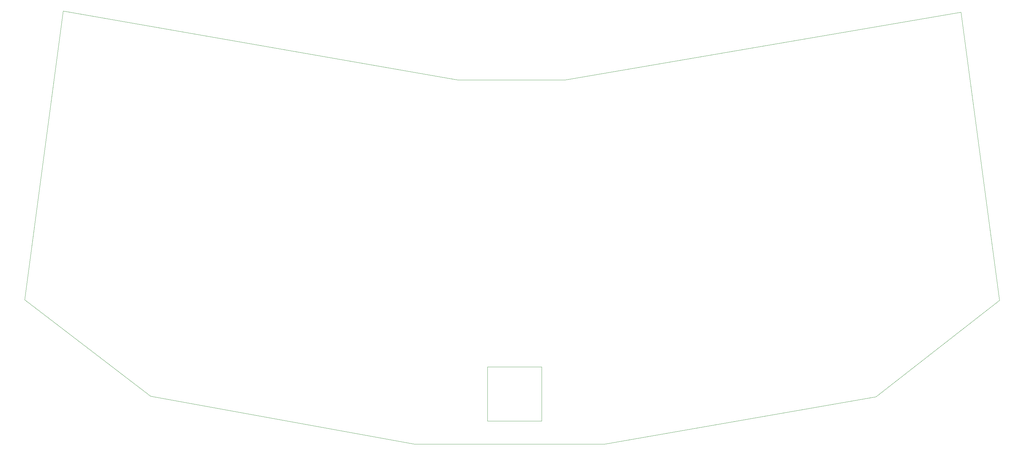
<source format=gbr>
%TF.GenerationSoftware,KiCad,Pcbnew,(6.0.7)*%
%TF.CreationDate,2022-11-08T23:53:27-08:00*%
%TF.ProjectId,Anguirus,416e6775-6972-4757-932e-6b696361645f,rev?*%
%TF.SameCoordinates,Original*%
%TF.FileFunction,Profile,NP*%
%FSLAX46Y46*%
G04 Gerber Fmt 4.6, Leading zero omitted, Abs format (unit mm)*
G04 Created by KiCad (PCBNEW (6.0.7)) date 2022-11-08 23:53:27*
%MOMM*%
%LPD*%
G01*
G04 APERTURE LIST*
%TA.AperFunction,Profile*%
%ADD10C,0.100000*%
%TD*%
%TA.AperFunction,Profile*%
%ADD11C,0.120000*%
%TD*%
G04 APERTURE END LIST*
D10*
X194009224Y-80843794D02*
X224641624Y-80843794D01*
X337773224Y-61438194D01*
X348796824Y-143886594D01*
X313486800Y-171500800D01*
X235915200Y-185013600D01*
X181660800Y-185013600D01*
X106222800Y-171297600D01*
X70209624Y-143734194D01*
X81233224Y-61082594D01*
X194009224Y-80843794D01*
D11*
%TO.C,REF\u002A\u002A*%
X217986824Y-162911194D02*
X202492824Y-162911194D01*
X202492824Y-162911194D02*
X202492824Y-178405194D01*
X202492824Y-178405194D02*
X217986824Y-178405194D01*
X217986824Y-178405194D02*
X217986824Y-162911194D01*
%TD*%
M02*

</source>
